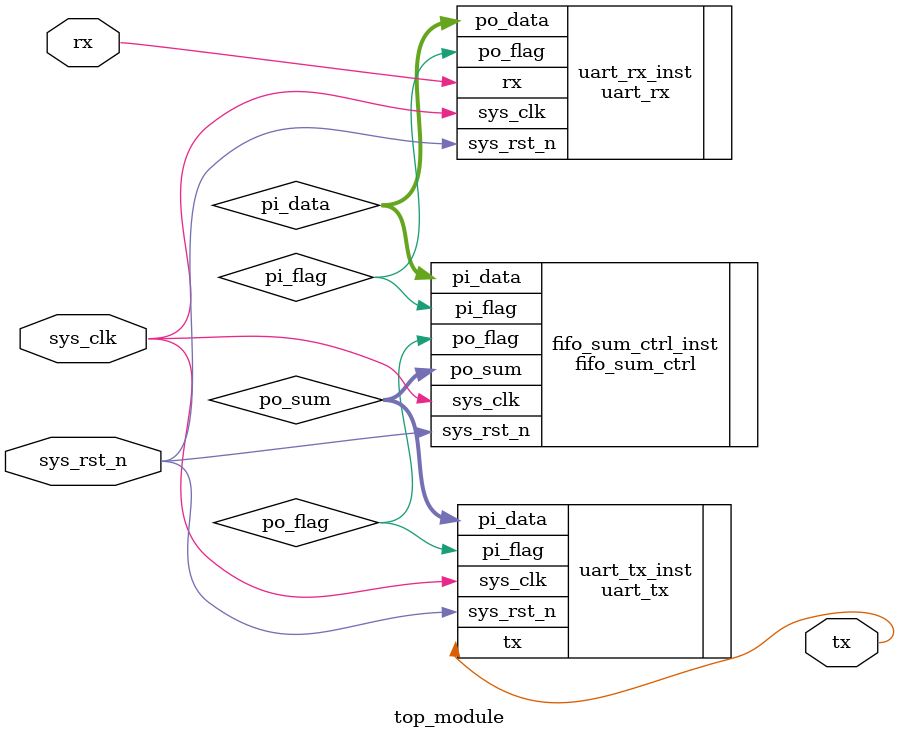
<source format=v>
module top_module (
    input wire sys_clk,
    input wire sys_rst_n,
    input wire rx,
    output wire tx
);

    wire pi_flag;
    wire [7:0] pi_data;
    wire po_flag;
    wire [7:0] po_sum;

    uart_rx uart_rx_inst (
        .sys_clk(sys_clk),
        .sys_rst_n(sys_rst_n),
        .rx(rx),
        .po_data(pi_data),
        .po_flag(pi_flag)
    );

    uart_tx uart_tx_inst (
        .sys_clk(sys_clk),
        .sys_rst_n(sys_rst_n),
        .pi_data(po_sum),
        .pi_flag(po_flag),
        .tx(tx)
    );

    fifo_sum_ctrl fifo_sum_ctrl_inst (
        .sys_clk(sys_clk),
        .sys_rst_n(sys_rst_n),
        .pi_flag(pi_flag),
        .pi_data(pi_data),
        .po_flag(po_flag),
        .po_sum(po_sum)
    );
endmodule
</source>
